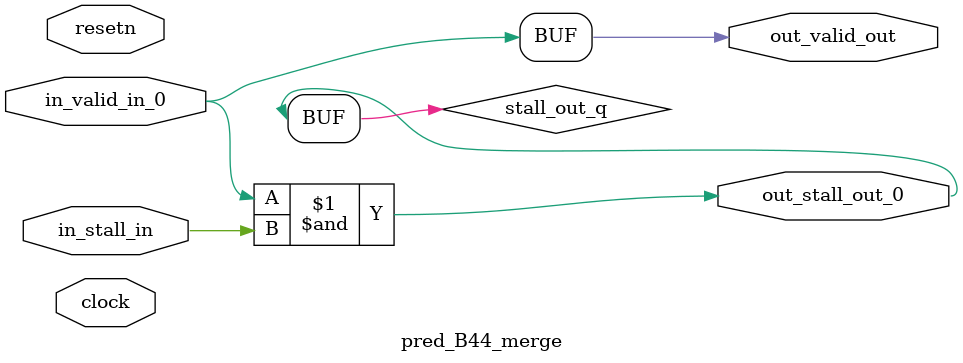
<source format=sv>



(* altera_attribute = "-name AUTO_SHIFT_REGISTER_RECOGNITION OFF; -name MESSAGE_DISABLE 10036; -name MESSAGE_DISABLE 10037; -name MESSAGE_DISABLE 14130; -name MESSAGE_DISABLE 14320; -name MESSAGE_DISABLE 15400; -name MESSAGE_DISABLE 14130; -name MESSAGE_DISABLE 10036; -name MESSAGE_DISABLE 12020; -name MESSAGE_DISABLE 12030; -name MESSAGE_DISABLE 12010; -name MESSAGE_DISABLE 12110; -name MESSAGE_DISABLE 14320; -name MESSAGE_DISABLE 13410; -name MESSAGE_DISABLE 113007; -name MESSAGE_DISABLE 10958" *)
module pred_B44_merge (
    input wire [0:0] in_stall_in,
    input wire [0:0] in_valid_in_0,
    output wire [0:0] out_stall_out_0,
    output wire [0:0] out_valid_out,
    input wire clock,
    input wire resetn
    );

    wire [0:0] stall_out_q;


    // stall_out(LOGICAL,6)
    assign stall_out_q = in_valid_in_0 & in_stall_in;

    // out_stall_out_0(GPOUT,4)
    assign out_stall_out_0 = stall_out_q;

    // out_valid_out(GPOUT,5)
    assign out_valid_out = in_valid_in_0;

endmodule

</source>
